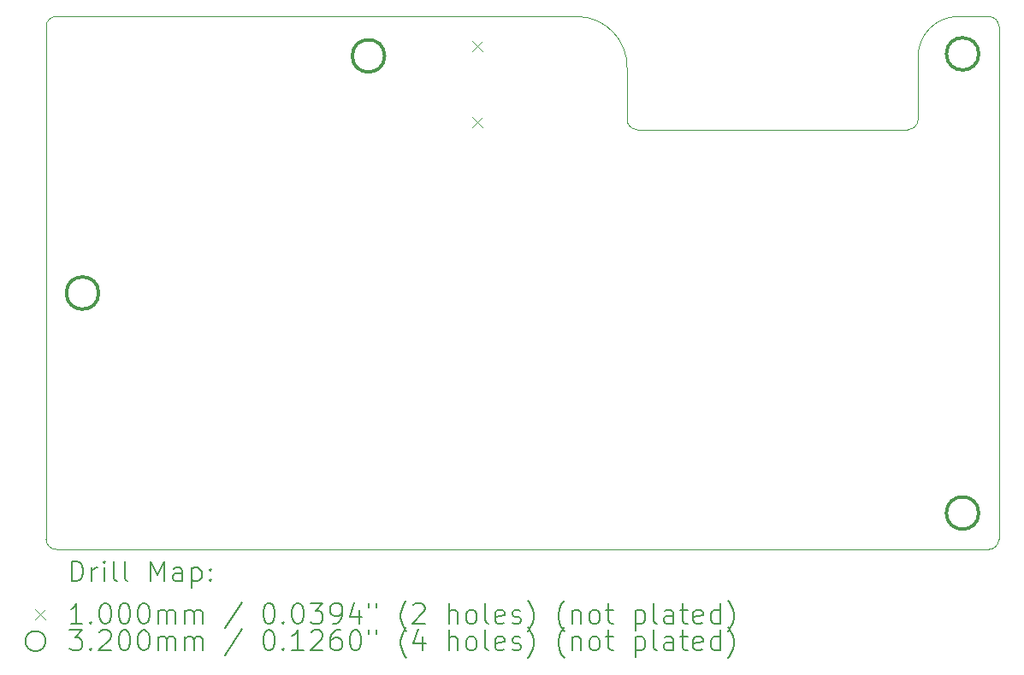
<source format=gbr>
%FSLAX45Y45*%
G04 Gerber Fmt 4.5, Leading zero omitted, Abs format (unit mm)*
G04 Created by KiCad (PCBNEW 6.0.5-a6ca702e91~116~ubuntu20.04.1) date 2022-06-30 20:33:54*
%MOMM*%
%LPD*%
G01*
G04 APERTURE LIST*
%TA.AperFunction,Profile*%
%ADD10C,0.100000*%
%TD*%
%ADD11C,0.200000*%
%ADD12C,0.100000*%
%ADD13C,0.320000*%
G04 APERTURE END LIST*
D10*
X10329790Y-6268123D02*
G75*
G03*
X9843031Y-5760000I-497440J10684D01*
G01*
X13910000Y-11040000D02*
G75*
G03*
X14010000Y-10940000I0J100000D01*
G01*
X4580000Y-10940000D02*
G75*
G03*
X4680000Y-11040000I100000J0D01*
G01*
X13110000Y-6880000D02*
G75*
G03*
X13210000Y-6780000I0J100000D01*
G01*
X13607941Y-5760000D02*
G75*
G03*
X13210000Y-6156885I-531J-397410D01*
G01*
X10430000Y-6880000D02*
X13110000Y-6880000D01*
X4680000Y-11040000D02*
X13910000Y-11040000D01*
X4680000Y-5760000D02*
X9843031Y-5760000D01*
X10330000Y-6780000D02*
G75*
G03*
X10430000Y-6880000I100000J0D01*
G01*
X13210000Y-6780000D02*
X13210000Y-6156885D01*
X14010000Y-10940000D02*
X14010000Y-5860000D01*
X14010000Y-5860000D02*
G75*
G03*
X13910000Y-5760000I-100000J0D01*
G01*
X4580000Y-10940000D02*
X4580000Y-5860000D01*
X10329792Y-6268123D02*
X10330000Y-6780000D01*
X13607941Y-5760000D02*
X13910000Y-5760000D01*
X4680000Y-5760000D02*
G75*
G03*
X4580000Y-5860000I0J-100000D01*
G01*
D11*
D12*
X8800000Y-6005000D02*
X8900000Y-6105000D01*
X8900000Y-6005000D02*
X8800000Y-6105000D01*
X8800000Y-6755000D02*
X8900000Y-6855000D01*
X8900000Y-6755000D02*
X8800000Y-6855000D01*
D13*
X5100000Y-8500000D02*
G75*
G03*
X5100000Y-8500000I-160000J0D01*
G01*
X7930000Y-6150000D02*
G75*
G03*
X7930000Y-6150000I-160000J0D01*
G01*
X13810000Y-6130000D02*
G75*
G03*
X13810000Y-6130000I-160000J0D01*
G01*
X13810000Y-10680000D02*
G75*
G03*
X13810000Y-10680000I-160000J0D01*
G01*
D11*
X4832619Y-11355476D02*
X4832619Y-11155476D01*
X4880238Y-11155476D01*
X4908810Y-11165000D01*
X4927857Y-11184048D01*
X4937381Y-11203095D01*
X4946905Y-11241190D01*
X4946905Y-11269762D01*
X4937381Y-11307857D01*
X4927857Y-11326905D01*
X4908810Y-11345952D01*
X4880238Y-11355476D01*
X4832619Y-11355476D01*
X5032619Y-11355476D02*
X5032619Y-11222143D01*
X5032619Y-11260238D02*
X5042143Y-11241190D01*
X5051667Y-11231667D01*
X5070714Y-11222143D01*
X5089762Y-11222143D01*
X5156429Y-11355476D02*
X5156429Y-11222143D01*
X5156429Y-11155476D02*
X5146905Y-11165000D01*
X5156429Y-11174524D01*
X5165952Y-11165000D01*
X5156429Y-11155476D01*
X5156429Y-11174524D01*
X5280238Y-11355476D02*
X5261190Y-11345952D01*
X5251667Y-11326905D01*
X5251667Y-11155476D01*
X5385000Y-11355476D02*
X5365952Y-11345952D01*
X5356429Y-11326905D01*
X5356429Y-11155476D01*
X5613571Y-11355476D02*
X5613571Y-11155476D01*
X5680238Y-11298333D01*
X5746905Y-11155476D01*
X5746905Y-11355476D01*
X5927857Y-11355476D02*
X5927857Y-11250714D01*
X5918333Y-11231667D01*
X5899286Y-11222143D01*
X5861190Y-11222143D01*
X5842143Y-11231667D01*
X5927857Y-11345952D02*
X5908809Y-11355476D01*
X5861190Y-11355476D01*
X5842143Y-11345952D01*
X5832619Y-11326905D01*
X5832619Y-11307857D01*
X5842143Y-11288809D01*
X5861190Y-11279286D01*
X5908809Y-11279286D01*
X5927857Y-11269762D01*
X6023095Y-11222143D02*
X6023095Y-11422143D01*
X6023095Y-11231667D02*
X6042143Y-11222143D01*
X6080238Y-11222143D01*
X6099286Y-11231667D01*
X6108809Y-11241190D01*
X6118333Y-11260238D01*
X6118333Y-11317381D01*
X6108809Y-11336428D01*
X6099286Y-11345952D01*
X6080238Y-11355476D01*
X6042143Y-11355476D01*
X6023095Y-11345952D01*
X6204048Y-11336428D02*
X6213571Y-11345952D01*
X6204048Y-11355476D01*
X6194524Y-11345952D01*
X6204048Y-11336428D01*
X6204048Y-11355476D01*
X6204048Y-11231667D02*
X6213571Y-11241190D01*
X6204048Y-11250714D01*
X6194524Y-11241190D01*
X6204048Y-11231667D01*
X6204048Y-11250714D01*
D12*
X4475000Y-11635000D02*
X4575000Y-11735000D01*
X4575000Y-11635000D02*
X4475000Y-11735000D01*
D11*
X4937381Y-11775476D02*
X4823095Y-11775476D01*
X4880238Y-11775476D02*
X4880238Y-11575476D01*
X4861190Y-11604048D01*
X4842143Y-11623095D01*
X4823095Y-11632619D01*
X5023095Y-11756428D02*
X5032619Y-11765952D01*
X5023095Y-11775476D01*
X5013571Y-11765952D01*
X5023095Y-11756428D01*
X5023095Y-11775476D01*
X5156429Y-11575476D02*
X5175476Y-11575476D01*
X5194524Y-11585000D01*
X5204048Y-11594524D01*
X5213571Y-11613571D01*
X5223095Y-11651667D01*
X5223095Y-11699286D01*
X5213571Y-11737381D01*
X5204048Y-11756428D01*
X5194524Y-11765952D01*
X5175476Y-11775476D01*
X5156429Y-11775476D01*
X5137381Y-11765952D01*
X5127857Y-11756428D01*
X5118333Y-11737381D01*
X5108810Y-11699286D01*
X5108810Y-11651667D01*
X5118333Y-11613571D01*
X5127857Y-11594524D01*
X5137381Y-11585000D01*
X5156429Y-11575476D01*
X5346905Y-11575476D02*
X5365952Y-11575476D01*
X5385000Y-11585000D01*
X5394524Y-11594524D01*
X5404048Y-11613571D01*
X5413571Y-11651667D01*
X5413571Y-11699286D01*
X5404048Y-11737381D01*
X5394524Y-11756428D01*
X5385000Y-11765952D01*
X5365952Y-11775476D01*
X5346905Y-11775476D01*
X5327857Y-11765952D01*
X5318333Y-11756428D01*
X5308810Y-11737381D01*
X5299286Y-11699286D01*
X5299286Y-11651667D01*
X5308810Y-11613571D01*
X5318333Y-11594524D01*
X5327857Y-11585000D01*
X5346905Y-11575476D01*
X5537381Y-11575476D02*
X5556429Y-11575476D01*
X5575476Y-11585000D01*
X5585000Y-11594524D01*
X5594524Y-11613571D01*
X5604048Y-11651667D01*
X5604048Y-11699286D01*
X5594524Y-11737381D01*
X5585000Y-11756428D01*
X5575476Y-11765952D01*
X5556429Y-11775476D01*
X5537381Y-11775476D01*
X5518333Y-11765952D01*
X5508810Y-11756428D01*
X5499286Y-11737381D01*
X5489762Y-11699286D01*
X5489762Y-11651667D01*
X5499286Y-11613571D01*
X5508810Y-11594524D01*
X5518333Y-11585000D01*
X5537381Y-11575476D01*
X5689762Y-11775476D02*
X5689762Y-11642143D01*
X5689762Y-11661190D02*
X5699286Y-11651667D01*
X5718333Y-11642143D01*
X5746905Y-11642143D01*
X5765952Y-11651667D01*
X5775476Y-11670714D01*
X5775476Y-11775476D01*
X5775476Y-11670714D02*
X5785000Y-11651667D01*
X5804048Y-11642143D01*
X5832619Y-11642143D01*
X5851667Y-11651667D01*
X5861190Y-11670714D01*
X5861190Y-11775476D01*
X5956428Y-11775476D02*
X5956428Y-11642143D01*
X5956428Y-11661190D02*
X5965952Y-11651667D01*
X5985000Y-11642143D01*
X6013571Y-11642143D01*
X6032619Y-11651667D01*
X6042143Y-11670714D01*
X6042143Y-11775476D01*
X6042143Y-11670714D02*
X6051667Y-11651667D01*
X6070714Y-11642143D01*
X6099286Y-11642143D01*
X6118333Y-11651667D01*
X6127857Y-11670714D01*
X6127857Y-11775476D01*
X6518333Y-11565952D02*
X6346905Y-11823095D01*
X6775476Y-11575476D02*
X6794524Y-11575476D01*
X6813571Y-11585000D01*
X6823095Y-11594524D01*
X6832619Y-11613571D01*
X6842143Y-11651667D01*
X6842143Y-11699286D01*
X6832619Y-11737381D01*
X6823095Y-11756428D01*
X6813571Y-11765952D01*
X6794524Y-11775476D01*
X6775476Y-11775476D01*
X6756428Y-11765952D01*
X6746905Y-11756428D01*
X6737381Y-11737381D01*
X6727857Y-11699286D01*
X6727857Y-11651667D01*
X6737381Y-11613571D01*
X6746905Y-11594524D01*
X6756428Y-11585000D01*
X6775476Y-11575476D01*
X6927857Y-11756428D02*
X6937381Y-11765952D01*
X6927857Y-11775476D01*
X6918333Y-11765952D01*
X6927857Y-11756428D01*
X6927857Y-11775476D01*
X7061190Y-11575476D02*
X7080238Y-11575476D01*
X7099286Y-11585000D01*
X7108809Y-11594524D01*
X7118333Y-11613571D01*
X7127857Y-11651667D01*
X7127857Y-11699286D01*
X7118333Y-11737381D01*
X7108809Y-11756428D01*
X7099286Y-11765952D01*
X7080238Y-11775476D01*
X7061190Y-11775476D01*
X7042143Y-11765952D01*
X7032619Y-11756428D01*
X7023095Y-11737381D01*
X7013571Y-11699286D01*
X7013571Y-11651667D01*
X7023095Y-11613571D01*
X7032619Y-11594524D01*
X7042143Y-11585000D01*
X7061190Y-11575476D01*
X7194524Y-11575476D02*
X7318333Y-11575476D01*
X7251667Y-11651667D01*
X7280238Y-11651667D01*
X7299286Y-11661190D01*
X7308809Y-11670714D01*
X7318333Y-11689762D01*
X7318333Y-11737381D01*
X7308809Y-11756428D01*
X7299286Y-11765952D01*
X7280238Y-11775476D01*
X7223095Y-11775476D01*
X7204048Y-11765952D01*
X7194524Y-11756428D01*
X7413571Y-11775476D02*
X7451667Y-11775476D01*
X7470714Y-11765952D01*
X7480238Y-11756428D01*
X7499286Y-11727857D01*
X7508809Y-11689762D01*
X7508809Y-11613571D01*
X7499286Y-11594524D01*
X7489762Y-11585000D01*
X7470714Y-11575476D01*
X7432619Y-11575476D01*
X7413571Y-11585000D01*
X7404048Y-11594524D01*
X7394524Y-11613571D01*
X7394524Y-11661190D01*
X7404048Y-11680238D01*
X7413571Y-11689762D01*
X7432619Y-11699286D01*
X7470714Y-11699286D01*
X7489762Y-11689762D01*
X7499286Y-11680238D01*
X7508809Y-11661190D01*
X7680238Y-11642143D02*
X7680238Y-11775476D01*
X7632619Y-11565952D02*
X7585000Y-11708809D01*
X7708809Y-11708809D01*
X7775476Y-11575476D02*
X7775476Y-11613571D01*
X7851667Y-11575476D02*
X7851667Y-11613571D01*
X8146905Y-11851667D02*
X8137381Y-11842143D01*
X8118333Y-11813571D01*
X8108809Y-11794524D01*
X8099286Y-11765952D01*
X8089762Y-11718333D01*
X8089762Y-11680238D01*
X8099286Y-11632619D01*
X8108809Y-11604048D01*
X8118333Y-11585000D01*
X8137381Y-11556428D01*
X8146905Y-11546905D01*
X8213571Y-11594524D02*
X8223095Y-11585000D01*
X8242143Y-11575476D01*
X8289762Y-11575476D01*
X8308809Y-11585000D01*
X8318333Y-11594524D01*
X8327857Y-11613571D01*
X8327857Y-11632619D01*
X8318333Y-11661190D01*
X8204048Y-11775476D01*
X8327857Y-11775476D01*
X8565952Y-11775476D02*
X8565952Y-11575476D01*
X8651667Y-11775476D02*
X8651667Y-11670714D01*
X8642143Y-11651667D01*
X8623095Y-11642143D01*
X8594524Y-11642143D01*
X8575476Y-11651667D01*
X8565952Y-11661190D01*
X8775476Y-11775476D02*
X8756429Y-11765952D01*
X8746905Y-11756428D01*
X8737381Y-11737381D01*
X8737381Y-11680238D01*
X8746905Y-11661190D01*
X8756429Y-11651667D01*
X8775476Y-11642143D01*
X8804048Y-11642143D01*
X8823095Y-11651667D01*
X8832619Y-11661190D01*
X8842143Y-11680238D01*
X8842143Y-11737381D01*
X8832619Y-11756428D01*
X8823095Y-11765952D01*
X8804048Y-11775476D01*
X8775476Y-11775476D01*
X8956429Y-11775476D02*
X8937381Y-11765952D01*
X8927857Y-11746905D01*
X8927857Y-11575476D01*
X9108810Y-11765952D02*
X9089762Y-11775476D01*
X9051667Y-11775476D01*
X9032619Y-11765952D01*
X9023095Y-11746905D01*
X9023095Y-11670714D01*
X9032619Y-11651667D01*
X9051667Y-11642143D01*
X9089762Y-11642143D01*
X9108810Y-11651667D01*
X9118333Y-11670714D01*
X9118333Y-11689762D01*
X9023095Y-11708809D01*
X9194524Y-11765952D02*
X9213571Y-11775476D01*
X9251667Y-11775476D01*
X9270714Y-11765952D01*
X9280238Y-11746905D01*
X9280238Y-11737381D01*
X9270714Y-11718333D01*
X9251667Y-11708809D01*
X9223095Y-11708809D01*
X9204048Y-11699286D01*
X9194524Y-11680238D01*
X9194524Y-11670714D01*
X9204048Y-11651667D01*
X9223095Y-11642143D01*
X9251667Y-11642143D01*
X9270714Y-11651667D01*
X9346905Y-11851667D02*
X9356429Y-11842143D01*
X9375476Y-11813571D01*
X9385000Y-11794524D01*
X9394524Y-11765952D01*
X9404048Y-11718333D01*
X9404048Y-11680238D01*
X9394524Y-11632619D01*
X9385000Y-11604048D01*
X9375476Y-11585000D01*
X9356429Y-11556428D01*
X9346905Y-11546905D01*
X9708810Y-11851667D02*
X9699286Y-11842143D01*
X9680238Y-11813571D01*
X9670714Y-11794524D01*
X9661190Y-11765952D01*
X9651667Y-11718333D01*
X9651667Y-11680238D01*
X9661190Y-11632619D01*
X9670714Y-11604048D01*
X9680238Y-11585000D01*
X9699286Y-11556428D01*
X9708810Y-11546905D01*
X9785000Y-11642143D02*
X9785000Y-11775476D01*
X9785000Y-11661190D02*
X9794524Y-11651667D01*
X9813571Y-11642143D01*
X9842143Y-11642143D01*
X9861190Y-11651667D01*
X9870714Y-11670714D01*
X9870714Y-11775476D01*
X9994524Y-11775476D02*
X9975476Y-11765952D01*
X9965952Y-11756428D01*
X9956429Y-11737381D01*
X9956429Y-11680238D01*
X9965952Y-11661190D01*
X9975476Y-11651667D01*
X9994524Y-11642143D01*
X10023095Y-11642143D01*
X10042143Y-11651667D01*
X10051667Y-11661190D01*
X10061190Y-11680238D01*
X10061190Y-11737381D01*
X10051667Y-11756428D01*
X10042143Y-11765952D01*
X10023095Y-11775476D01*
X9994524Y-11775476D01*
X10118333Y-11642143D02*
X10194524Y-11642143D01*
X10146905Y-11575476D02*
X10146905Y-11746905D01*
X10156429Y-11765952D01*
X10175476Y-11775476D01*
X10194524Y-11775476D01*
X10413571Y-11642143D02*
X10413571Y-11842143D01*
X10413571Y-11651667D02*
X10432619Y-11642143D01*
X10470714Y-11642143D01*
X10489762Y-11651667D01*
X10499286Y-11661190D01*
X10508810Y-11680238D01*
X10508810Y-11737381D01*
X10499286Y-11756428D01*
X10489762Y-11765952D01*
X10470714Y-11775476D01*
X10432619Y-11775476D01*
X10413571Y-11765952D01*
X10623095Y-11775476D02*
X10604048Y-11765952D01*
X10594524Y-11746905D01*
X10594524Y-11575476D01*
X10785000Y-11775476D02*
X10785000Y-11670714D01*
X10775476Y-11651667D01*
X10756429Y-11642143D01*
X10718333Y-11642143D01*
X10699286Y-11651667D01*
X10785000Y-11765952D02*
X10765952Y-11775476D01*
X10718333Y-11775476D01*
X10699286Y-11765952D01*
X10689762Y-11746905D01*
X10689762Y-11727857D01*
X10699286Y-11708809D01*
X10718333Y-11699286D01*
X10765952Y-11699286D01*
X10785000Y-11689762D01*
X10851667Y-11642143D02*
X10927857Y-11642143D01*
X10880238Y-11575476D02*
X10880238Y-11746905D01*
X10889762Y-11765952D01*
X10908810Y-11775476D01*
X10927857Y-11775476D01*
X11070714Y-11765952D02*
X11051667Y-11775476D01*
X11013571Y-11775476D01*
X10994524Y-11765952D01*
X10985000Y-11746905D01*
X10985000Y-11670714D01*
X10994524Y-11651667D01*
X11013571Y-11642143D01*
X11051667Y-11642143D01*
X11070714Y-11651667D01*
X11080238Y-11670714D01*
X11080238Y-11689762D01*
X10985000Y-11708809D01*
X11251667Y-11775476D02*
X11251667Y-11575476D01*
X11251667Y-11765952D02*
X11232619Y-11775476D01*
X11194524Y-11775476D01*
X11175476Y-11765952D01*
X11165952Y-11756428D01*
X11156429Y-11737381D01*
X11156429Y-11680238D01*
X11165952Y-11661190D01*
X11175476Y-11651667D01*
X11194524Y-11642143D01*
X11232619Y-11642143D01*
X11251667Y-11651667D01*
X11327857Y-11851667D02*
X11337381Y-11842143D01*
X11356428Y-11813571D01*
X11365952Y-11794524D01*
X11375476Y-11765952D01*
X11385000Y-11718333D01*
X11385000Y-11680238D01*
X11375476Y-11632619D01*
X11365952Y-11604048D01*
X11356428Y-11585000D01*
X11337381Y-11556428D01*
X11327857Y-11546905D01*
X4575000Y-11949000D02*
G75*
G03*
X4575000Y-11949000I-100000J0D01*
G01*
X4813571Y-11839476D02*
X4937381Y-11839476D01*
X4870714Y-11915667D01*
X4899286Y-11915667D01*
X4918333Y-11925190D01*
X4927857Y-11934714D01*
X4937381Y-11953762D01*
X4937381Y-12001381D01*
X4927857Y-12020428D01*
X4918333Y-12029952D01*
X4899286Y-12039476D01*
X4842143Y-12039476D01*
X4823095Y-12029952D01*
X4813571Y-12020428D01*
X5023095Y-12020428D02*
X5032619Y-12029952D01*
X5023095Y-12039476D01*
X5013571Y-12029952D01*
X5023095Y-12020428D01*
X5023095Y-12039476D01*
X5108810Y-11858524D02*
X5118333Y-11849000D01*
X5137381Y-11839476D01*
X5185000Y-11839476D01*
X5204048Y-11849000D01*
X5213571Y-11858524D01*
X5223095Y-11877571D01*
X5223095Y-11896619D01*
X5213571Y-11925190D01*
X5099286Y-12039476D01*
X5223095Y-12039476D01*
X5346905Y-11839476D02*
X5365952Y-11839476D01*
X5385000Y-11849000D01*
X5394524Y-11858524D01*
X5404048Y-11877571D01*
X5413571Y-11915667D01*
X5413571Y-11963286D01*
X5404048Y-12001381D01*
X5394524Y-12020428D01*
X5385000Y-12029952D01*
X5365952Y-12039476D01*
X5346905Y-12039476D01*
X5327857Y-12029952D01*
X5318333Y-12020428D01*
X5308810Y-12001381D01*
X5299286Y-11963286D01*
X5299286Y-11915667D01*
X5308810Y-11877571D01*
X5318333Y-11858524D01*
X5327857Y-11849000D01*
X5346905Y-11839476D01*
X5537381Y-11839476D02*
X5556429Y-11839476D01*
X5575476Y-11849000D01*
X5585000Y-11858524D01*
X5594524Y-11877571D01*
X5604048Y-11915667D01*
X5604048Y-11963286D01*
X5594524Y-12001381D01*
X5585000Y-12020428D01*
X5575476Y-12029952D01*
X5556429Y-12039476D01*
X5537381Y-12039476D01*
X5518333Y-12029952D01*
X5508810Y-12020428D01*
X5499286Y-12001381D01*
X5489762Y-11963286D01*
X5489762Y-11915667D01*
X5499286Y-11877571D01*
X5508810Y-11858524D01*
X5518333Y-11849000D01*
X5537381Y-11839476D01*
X5689762Y-12039476D02*
X5689762Y-11906143D01*
X5689762Y-11925190D02*
X5699286Y-11915667D01*
X5718333Y-11906143D01*
X5746905Y-11906143D01*
X5765952Y-11915667D01*
X5775476Y-11934714D01*
X5775476Y-12039476D01*
X5775476Y-11934714D02*
X5785000Y-11915667D01*
X5804048Y-11906143D01*
X5832619Y-11906143D01*
X5851667Y-11915667D01*
X5861190Y-11934714D01*
X5861190Y-12039476D01*
X5956428Y-12039476D02*
X5956428Y-11906143D01*
X5956428Y-11925190D02*
X5965952Y-11915667D01*
X5985000Y-11906143D01*
X6013571Y-11906143D01*
X6032619Y-11915667D01*
X6042143Y-11934714D01*
X6042143Y-12039476D01*
X6042143Y-11934714D02*
X6051667Y-11915667D01*
X6070714Y-11906143D01*
X6099286Y-11906143D01*
X6118333Y-11915667D01*
X6127857Y-11934714D01*
X6127857Y-12039476D01*
X6518333Y-11829952D02*
X6346905Y-12087095D01*
X6775476Y-11839476D02*
X6794524Y-11839476D01*
X6813571Y-11849000D01*
X6823095Y-11858524D01*
X6832619Y-11877571D01*
X6842143Y-11915667D01*
X6842143Y-11963286D01*
X6832619Y-12001381D01*
X6823095Y-12020428D01*
X6813571Y-12029952D01*
X6794524Y-12039476D01*
X6775476Y-12039476D01*
X6756428Y-12029952D01*
X6746905Y-12020428D01*
X6737381Y-12001381D01*
X6727857Y-11963286D01*
X6727857Y-11915667D01*
X6737381Y-11877571D01*
X6746905Y-11858524D01*
X6756428Y-11849000D01*
X6775476Y-11839476D01*
X6927857Y-12020428D02*
X6937381Y-12029952D01*
X6927857Y-12039476D01*
X6918333Y-12029952D01*
X6927857Y-12020428D01*
X6927857Y-12039476D01*
X7127857Y-12039476D02*
X7013571Y-12039476D01*
X7070714Y-12039476D02*
X7070714Y-11839476D01*
X7051667Y-11868048D01*
X7032619Y-11887095D01*
X7013571Y-11896619D01*
X7204048Y-11858524D02*
X7213571Y-11849000D01*
X7232619Y-11839476D01*
X7280238Y-11839476D01*
X7299286Y-11849000D01*
X7308809Y-11858524D01*
X7318333Y-11877571D01*
X7318333Y-11896619D01*
X7308809Y-11925190D01*
X7194524Y-12039476D01*
X7318333Y-12039476D01*
X7489762Y-11839476D02*
X7451667Y-11839476D01*
X7432619Y-11849000D01*
X7423095Y-11858524D01*
X7404048Y-11887095D01*
X7394524Y-11925190D01*
X7394524Y-12001381D01*
X7404048Y-12020428D01*
X7413571Y-12029952D01*
X7432619Y-12039476D01*
X7470714Y-12039476D01*
X7489762Y-12029952D01*
X7499286Y-12020428D01*
X7508809Y-12001381D01*
X7508809Y-11953762D01*
X7499286Y-11934714D01*
X7489762Y-11925190D01*
X7470714Y-11915667D01*
X7432619Y-11915667D01*
X7413571Y-11925190D01*
X7404048Y-11934714D01*
X7394524Y-11953762D01*
X7632619Y-11839476D02*
X7651667Y-11839476D01*
X7670714Y-11849000D01*
X7680238Y-11858524D01*
X7689762Y-11877571D01*
X7699286Y-11915667D01*
X7699286Y-11963286D01*
X7689762Y-12001381D01*
X7680238Y-12020428D01*
X7670714Y-12029952D01*
X7651667Y-12039476D01*
X7632619Y-12039476D01*
X7613571Y-12029952D01*
X7604048Y-12020428D01*
X7594524Y-12001381D01*
X7585000Y-11963286D01*
X7585000Y-11915667D01*
X7594524Y-11877571D01*
X7604048Y-11858524D01*
X7613571Y-11849000D01*
X7632619Y-11839476D01*
X7775476Y-11839476D02*
X7775476Y-11877571D01*
X7851667Y-11839476D02*
X7851667Y-11877571D01*
X8146905Y-12115667D02*
X8137381Y-12106143D01*
X8118333Y-12077571D01*
X8108809Y-12058524D01*
X8099286Y-12029952D01*
X8089762Y-11982333D01*
X8089762Y-11944238D01*
X8099286Y-11896619D01*
X8108809Y-11868048D01*
X8118333Y-11849000D01*
X8137381Y-11820428D01*
X8146905Y-11810905D01*
X8308809Y-11906143D02*
X8308809Y-12039476D01*
X8261190Y-11829952D02*
X8213571Y-11972809D01*
X8337381Y-11972809D01*
X8565952Y-12039476D02*
X8565952Y-11839476D01*
X8651667Y-12039476D02*
X8651667Y-11934714D01*
X8642143Y-11915667D01*
X8623095Y-11906143D01*
X8594524Y-11906143D01*
X8575476Y-11915667D01*
X8565952Y-11925190D01*
X8775476Y-12039476D02*
X8756429Y-12029952D01*
X8746905Y-12020428D01*
X8737381Y-12001381D01*
X8737381Y-11944238D01*
X8746905Y-11925190D01*
X8756429Y-11915667D01*
X8775476Y-11906143D01*
X8804048Y-11906143D01*
X8823095Y-11915667D01*
X8832619Y-11925190D01*
X8842143Y-11944238D01*
X8842143Y-12001381D01*
X8832619Y-12020428D01*
X8823095Y-12029952D01*
X8804048Y-12039476D01*
X8775476Y-12039476D01*
X8956429Y-12039476D02*
X8937381Y-12029952D01*
X8927857Y-12010905D01*
X8927857Y-11839476D01*
X9108810Y-12029952D02*
X9089762Y-12039476D01*
X9051667Y-12039476D01*
X9032619Y-12029952D01*
X9023095Y-12010905D01*
X9023095Y-11934714D01*
X9032619Y-11915667D01*
X9051667Y-11906143D01*
X9089762Y-11906143D01*
X9108810Y-11915667D01*
X9118333Y-11934714D01*
X9118333Y-11953762D01*
X9023095Y-11972809D01*
X9194524Y-12029952D02*
X9213571Y-12039476D01*
X9251667Y-12039476D01*
X9270714Y-12029952D01*
X9280238Y-12010905D01*
X9280238Y-12001381D01*
X9270714Y-11982333D01*
X9251667Y-11972809D01*
X9223095Y-11972809D01*
X9204048Y-11963286D01*
X9194524Y-11944238D01*
X9194524Y-11934714D01*
X9204048Y-11915667D01*
X9223095Y-11906143D01*
X9251667Y-11906143D01*
X9270714Y-11915667D01*
X9346905Y-12115667D02*
X9356429Y-12106143D01*
X9375476Y-12077571D01*
X9385000Y-12058524D01*
X9394524Y-12029952D01*
X9404048Y-11982333D01*
X9404048Y-11944238D01*
X9394524Y-11896619D01*
X9385000Y-11868048D01*
X9375476Y-11849000D01*
X9356429Y-11820428D01*
X9346905Y-11810905D01*
X9708810Y-12115667D02*
X9699286Y-12106143D01*
X9680238Y-12077571D01*
X9670714Y-12058524D01*
X9661190Y-12029952D01*
X9651667Y-11982333D01*
X9651667Y-11944238D01*
X9661190Y-11896619D01*
X9670714Y-11868048D01*
X9680238Y-11849000D01*
X9699286Y-11820428D01*
X9708810Y-11810905D01*
X9785000Y-11906143D02*
X9785000Y-12039476D01*
X9785000Y-11925190D02*
X9794524Y-11915667D01*
X9813571Y-11906143D01*
X9842143Y-11906143D01*
X9861190Y-11915667D01*
X9870714Y-11934714D01*
X9870714Y-12039476D01*
X9994524Y-12039476D02*
X9975476Y-12029952D01*
X9965952Y-12020428D01*
X9956429Y-12001381D01*
X9956429Y-11944238D01*
X9965952Y-11925190D01*
X9975476Y-11915667D01*
X9994524Y-11906143D01*
X10023095Y-11906143D01*
X10042143Y-11915667D01*
X10051667Y-11925190D01*
X10061190Y-11944238D01*
X10061190Y-12001381D01*
X10051667Y-12020428D01*
X10042143Y-12029952D01*
X10023095Y-12039476D01*
X9994524Y-12039476D01*
X10118333Y-11906143D02*
X10194524Y-11906143D01*
X10146905Y-11839476D02*
X10146905Y-12010905D01*
X10156429Y-12029952D01*
X10175476Y-12039476D01*
X10194524Y-12039476D01*
X10413571Y-11906143D02*
X10413571Y-12106143D01*
X10413571Y-11915667D02*
X10432619Y-11906143D01*
X10470714Y-11906143D01*
X10489762Y-11915667D01*
X10499286Y-11925190D01*
X10508810Y-11944238D01*
X10508810Y-12001381D01*
X10499286Y-12020428D01*
X10489762Y-12029952D01*
X10470714Y-12039476D01*
X10432619Y-12039476D01*
X10413571Y-12029952D01*
X10623095Y-12039476D02*
X10604048Y-12029952D01*
X10594524Y-12010905D01*
X10594524Y-11839476D01*
X10785000Y-12039476D02*
X10785000Y-11934714D01*
X10775476Y-11915667D01*
X10756429Y-11906143D01*
X10718333Y-11906143D01*
X10699286Y-11915667D01*
X10785000Y-12029952D02*
X10765952Y-12039476D01*
X10718333Y-12039476D01*
X10699286Y-12029952D01*
X10689762Y-12010905D01*
X10689762Y-11991857D01*
X10699286Y-11972809D01*
X10718333Y-11963286D01*
X10765952Y-11963286D01*
X10785000Y-11953762D01*
X10851667Y-11906143D02*
X10927857Y-11906143D01*
X10880238Y-11839476D02*
X10880238Y-12010905D01*
X10889762Y-12029952D01*
X10908810Y-12039476D01*
X10927857Y-12039476D01*
X11070714Y-12029952D02*
X11051667Y-12039476D01*
X11013571Y-12039476D01*
X10994524Y-12029952D01*
X10985000Y-12010905D01*
X10985000Y-11934714D01*
X10994524Y-11915667D01*
X11013571Y-11906143D01*
X11051667Y-11906143D01*
X11070714Y-11915667D01*
X11080238Y-11934714D01*
X11080238Y-11953762D01*
X10985000Y-11972809D01*
X11251667Y-12039476D02*
X11251667Y-11839476D01*
X11251667Y-12029952D02*
X11232619Y-12039476D01*
X11194524Y-12039476D01*
X11175476Y-12029952D01*
X11165952Y-12020428D01*
X11156429Y-12001381D01*
X11156429Y-11944238D01*
X11165952Y-11925190D01*
X11175476Y-11915667D01*
X11194524Y-11906143D01*
X11232619Y-11906143D01*
X11251667Y-11915667D01*
X11327857Y-12115667D02*
X11337381Y-12106143D01*
X11356428Y-12077571D01*
X11365952Y-12058524D01*
X11375476Y-12029952D01*
X11385000Y-11982333D01*
X11385000Y-11944238D01*
X11375476Y-11896619D01*
X11365952Y-11868048D01*
X11356428Y-11849000D01*
X11337381Y-11820428D01*
X11327857Y-11810905D01*
M02*

</source>
